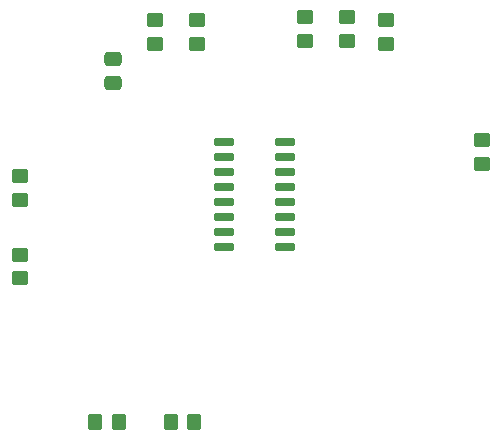
<source format=gbr>
%TF.GenerationSoftware,KiCad,Pcbnew,6.0.11+dfsg-1*%
%TF.CreationDate,2023-12-03T14:37:14-05:00*%
%TF.ProjectId,x27_controller,7832375f-636f-46e7-9472-6f6c6c65722e,rev?*%
%TF.SameCoordinates,Original*%
%TF.FileFunction,Paste,Bot*%
%TF.FilePolarity,Positive*%
%FSLAX46Y46*%
G04 Gerber Fmt 4.6, Leading zero omitted, Abs format (unit mm)*
G04 Created by KiCad (PCBNEW 6.0.11+dfsg-1) date 2023-12-03 14:37:14*
%MOMM*%
%LPD*%
G01*
G04 APERTURE LIST*
G04 Aperture macros list*
%AMRoundRect*
0 Rectangle with rounded corners*
0 $1 Rounding radius*
0 $2 $3 $4 $5 $6 $7 $8 $9 X,Y pos of 4 corners*
0 Add a 4 corners polygon primitive as box body*
4,1,4,$2,$3,$4,$5,$6,$7,$8,$9,$2,$3,0*
0 Add four circle primitives for the rounded corners*
1,1,$1+$1,$2,$3*
1,1,$1+$1,$4,$5*
1,1,$1+$1,$6,$7*
1,1,$1+$1,$8,$9*
0 Add four rect primitives between the rounded corners*
20,1,$1+$1,$2,$3,$4,$5,0*
20,1,$1+$1,$4,$5,$6,$7,0*
20,1,$1+$1,$6,$7,$8,$9,0*
20,1,$1+$1,$8,$9,$2,$3,0*%
G04 Aperture macros list end*
%ADD10RoundRect,0.250000X0.475000X-0.337500X0.475000X0.337500X-0.475000X0.337500X-0.475000X-0.337500X0*%
%ADD11RoundRect,0.250000X-0.450000X0.350000X-0.450000X-0.350000X0.450000X-0.350000X0.450000X0.350000X0*%
%ADD12RoundRect,0.250000X0.450000X-0.350000X0.450000X0.350000X-0.450000X0.350000X-0.450000X-0.350000X0*%
%ADD13RoundRect,0.250000X0.350000X0.450000X-0.350000X0.450000X-0.350000X-0.450000X0.350000X-0.450000X0*%
%ADD14RoundRect,0.150000X-0.725000X-0.150000X0.725000X-0.150000X0.725000X0.150000X-0.725000X0.150000X0*%
G04 APERTURE END LIST*
D10*
%TO.C,C1*%
X113284000Y-67310000D03*
X113284000Y-65235000D03*
%TD*%
D11*
%TO.C,R1*%
X116840000Y-61992000D03*
X116840000Y-63992000D03*
%TD*%
%TO.C,R2*%
X120396000Y-61976000D03*
X120396000Y-63976000D03*
%TD*%
%TO.C,R3*%
X129540000Y-61738000D03*
X129540000Y-63738000D03*
%TD*%
%TO.C,R4*%
X133096000Y-61738000D03*
X133096000Y-63738000D03*
%TD*%
%TO.C,R5*%
X136398000Y-61976000D03*
X136398000Y-63976000D03*
%TD*%
%TO.C,R6*%
X144526000Y-72152000D03*
X144526000Y-74152000D03*
%TD*%
D12*
%TO.C,R7*%
X105410000Y-77200000D03*
X105410000Y-75200000D03*
%TD*%
%TO.C,R8*%
X105410000Y-83820000D03*
X105410000Y-81820000D03*
%TD*%
D13*
%TO.C,R9*%
X113776000Y-96012000D03*
X111776000Y-96012000D03*
%TD*%
%TO.C,R10*%
X120142000Y-96012000D03*
X118142000Y-96012000D03*
%TD*%
D14*
%TO.C,U1*%
X122647000Y-81153000D03*
X122647000Y-79883000D03*
X122647000Y-78613000D03*
X122647000Y-77343000D03*
X122647000Y-76073000D03*
X122647000Y-74803000D03*
X122647000Y-73533000D03*
X122647000Y-72263000D03*
X127797000Y-72263000D03*
X127797000Y-73533000D03*
X127797000Y-74803000D03*
X127797000Y-76073000D03*
X127797000Y-77343000D03*
X127797000Y-78613000D03*
X127797000Y-79883000D03*
X127797000Y-81153000D03*
%TD*%
M02*

</source>
